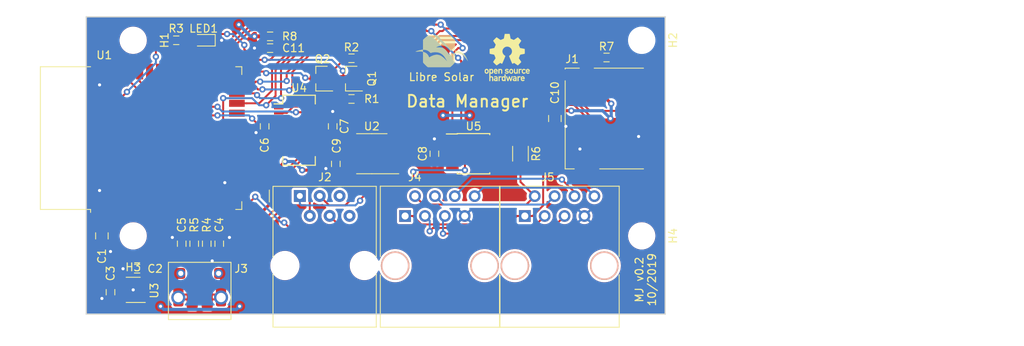
<source format=kicad_pcb>
(kicad_pcb (version 20221018) (generator pcbnew)
  (layers (0 "F.Cu" signal) (31 "B.Cu" signal) (34 "B.Paste" user) (35 "F.Paste" user) (36 "B.SilkS" user "B.Silkscreen") (37 "F.SilkS" user "F.Silkscreen") (38 "B.Mask" user) (39 "F.Mask" user) (44 "Edge.Cuts" user))
  (net 0 "")
  (net 1 "GND")
  (net 2 "Net-(U1-Pad11)")
  (net 3 "Net-(U1-Pad12)")
  (net 4 "+3V3")
  (net 5 "Net-(U1-Pad4)")
  (net 6 "Net-(U1-Pad5)")
  (net 7 "Net-(U1-Pad8)")
  (net 8 "Net-(U1-Pad9)")
  (net 9 "Net-(U1-Pad10)")
  (net 10 "Net-(U1-Pad17)")
  (net 11 "Net-(U1-Pad18)")
  (net 12 "Net-(U1-Pad19)")
  (net 13 "Net-(U1-Pad20)")
  (net 14 "Net-(U1-Pad21)")
  (net 15 "Net-(U1-Pad22)")
  (net 16 "Net-(U1-Pad31)")
  (net 17 "Net-(U1-Pad32)")
  (net 18 "Net-(U1-Pad33)")
  (net 19 "Net-(U1-Pad36)")
  (net 20 "Net-(U1-Pad37)")
  (net 21 "/RESET")
  (net 22 "/GPIO0")
  (net 23 "/DTR")
  (net 24 "Net-(Q1-Pad1)")
  (net 25 "Net-(Q2-Pad1)")
  (net 26 "/RTS")
  (net 27 "+5V")
  (net 28 "Net-(J1-Pad8)")
  (net 29 "/GND_EXT")
  (net 30 "/TX_EXT")
  (net 31 "/RX_EXT")
  (net 32 "/VCC_EXT")
  (net 33 "Net-(J3-Pad6)")
  (net 34 "Net-(J3-Pad4)")
  (net 35 "Net-(LED1-Pad2)")
  (net 36 "/LED1")
  (net 37 "/CAN_STB")
  (net 38 "/CAN_RX")
  (net 39 "/U2_RX")
  (net 40 "/U2_TX")
  (net 41 "/CAN_TX")
  (net 42 "/U0_RX")
  (net 43 "/U0_TX")
  (net 44 "Net-(U3-Pad4)")
  (net 45 "Net-(U4-Pad19)")
  (net 46 "Net-(U4-Pad18)")
  (net 47 "Net-(U4-Pad17)")
  (net 48 "Net-(U4-Pad10)")
  (net 49 "Net-(U4-Pad9)")
  (net 50 "Net-(U4-Pad8)")
  (net 51 "Net-(U4-Pad7)")
  (net 52 "Net-(U4-Pad5)")
  (net 53 "/USB_D+")
  (net 54 "/USB_D-")
  (net 55 "Net-(J1-Pad1)")
  (net 56 "Net-(J1-Pad2)")
  (net 57 "Net-(R4-Pad2)")
  (net 58 "Net-(R5-Pad2)")
  (net 59 "/SD_CMD")
  (net 60 "/SD_CLK")
  (net 61 "/SD_DAT0")
  (net 62 "Net-(J4-Pad8)")
  (net 63 "Net-(J4-Pad6)")
  (net 64 "Net-(J4-Pad5)")
  (net 65 "Net-(J4-Pad4)")
  (net 66 "Net-(U1-Pad7)")
  (net 67 "Net-(U5-Pad5)")
  (net 68 "Net-(C6-Pad1)")
  (net 69 "Net-(J4-Pad3)")
  (net 70 "/CANL")
  (net 71 "/CANH")
  (net 72 "Net-(U1-Pad6)")
  (net 73 "Net-(J2-Pad5)")
  (net 74 "Net-(J2-Pad6)")
  (net 75 "Net-(U1-Pad16)")
  (footprint "Symbol:OSHW-Logo_5.7x6mm_SilkScreen" (layer "F.Cu") (at 183.8 82.2)
    (fp_text reference "LOGO2" hide)
    (fp_text value "Logo_Open_Hardware_Small" hide)
  )
  (footprint "LibreSolar:RJ12_RJ25_6P6C_Amphenol_54601" (layer "F.Cu") (at 157.3 99.9)
    (fp_text reference "J2")
    (fp_text value "6P6C")
  )
  (footprint "LibreSolar:USB_Micro-B_10103594-0001LF" (layer "F.Cu") (at 144.5 111.5)
    (fp_text reference "J3")
    (fp_text value "USB_B_Micro")
  )
  (footprint "LED_SMD:LED_0603_1608Metric" (layer "F.Cu") (at 145 80 180)
    (fp_text reference "LED1")
    (fp_text value "LED")
  )
  (footprint "LibreSolar:R_0603_1608" (layer "F.Cu") (at 141.5 80 180)
    (fp_text reference "R3")
    (fp_text value "1k")
  )
  (footprint "Package_SO:SOIC-8_3.9x4.9mm_P1.27mm" (layer "F.Cu") (at 166.5 94.5 180)
    (fp_text reference "U2")
    (fp_text value "SI8621AB-B-ISR")
  )
  (footprint "LibreSolar:C_0603_1608" (layer "F.Cu") (at 147 106 90)
    (fp_text reference "C4")
    (fp_text value "47p")
  )
  (footprint "LibreSolar:C_0603_1608" (layer "F.Cu") (at 142.2 106 90)
    (fp_text reference "C5")
    (fp_text value "47p")
  )
  (footprint "LibreSolar:C_0603_1608" (layer "F.Cu") (at 152.8 91 -90)
    (fp_text reference "C6")
    (fp_text value "100n")
  )
  (footprint "Connector_Card:microSD_HC_Hirose_DM3D-SF" (layer "F.Cu") (at 197 90 90)
    (fp_text reference "J1")
    (fp_text value "Micro_SD_Card")
  )
  (footprint "LibreSolar:R_0603_1608" (layer "F.Cu") (at 143.8 106 90)
    (fp_text reference "R5")
    (fp_text value "27")
  )
  (footprint "MountingHole:MountingHole_3mm" (layer "F.Cu") (at 136 105 180)
    (fp_text reference "H3")
    (fp_text value "MountingHole")
  )
  (footprint "MountingHole:MountingHole_3mm" (layer "F.Cu") (at 201 105 -90)
    (fp_text reference "H4")
    (fp_text value "MountingHole")
  )
  (footprint "LibreSolar:LIBRESOLAR_LOGO" (layer "F.Cu") (at 173.1 83.4)
    (fp_text reference "LOGO1" hide)
    (fp_text value "LibreSolar_Logo" hide)
  )
  (footprint "LibreSolar:SOT-23" (layer "F.Cu") (at 160.1 84.9 180)
    (fp_text reference "Q1")
    (fp_text value "MMBT3904")
  )
  (footprint "MountingHole:MountingHole_3mm" (layer "F.Cu") (at 201 80 -90)
    (fp_text reference "H2")
    (fp_text value "MountingHole")
  )
  (footprint "LibreSolar:SOT-23" (layer "F.Cu") (at 163.9 84.9 180)
    (fp_text reference "Q2")
    (fp_text value "MMBT3904")
  )
  (footprint "LibreSolar:R_0603_1608" (layer "F.Cu") (at 163.9 87.5)
    (fp_text reference "R1")
    (fp_text value "10k")
  )
  (footprint "LibreSolar:R_0603_1608" (layer "F.Cu") (at 163.9 82.3 180)
    (fp_text reference "R2")
    (fp_text value "10k")
  )
  (footprint "Package_SO:SSOP-20_3.9x8.7mm_P0.635mm" (layer "F.Cu") (at 157.2 91.5)
    (fp_text reference "U4")
    (fp_text value "FT231XS")
  )
  (footprint "LibreSolar:C_0603_1608" (layer "F.Cu") (at 161.5 91 90)
    (fp_text reference "C7")
    (fp_text value "100n")
  )
  (footprint "LibreSolar:C_0603_1608" (layer "F.Cu") (at 174.5 94.5 90)
    (fp_text reference "C8")
    (fp_text value "100n")
  )
  (footprint "LibreSolar:RJ45_8P8C" (layer "F.Cu") (at 175.2 105)
    (fp_text reference "J4")
    (fp_text value "8P8C")
  )
  (footprint "LibreSolar:RJ45_8P8C" (layer "F.Cu") (at 190.5 105)
    (fp_text reference "J5")
    (fp_text value "8P8C")
  )
  (footprint "LibreSolar:R_1206_3216" (layer "F.Cu") (at 185.5 94.5 -90)
    (fp_text reference "R6")
    (fp_text value "120R")
  )
  (footprint "LibreSolar:R_0603_1608" (layer "F.Cu") (at 196.5 82.2)
    (fp_text reference "R7")
    (fp_text value "10k")
  )
  (footprint "LibreSolar:SOIC-8_3.9x4.9mm_Pitch1.27mm" (layer "F.Cu") (at 179.5 94.5)
    (fp_text reference "U5")
    (fp_text value "TCAN334")
  )
  (footprint "LibreSolar:C_0603_1608" (layer "F.Cu") (at 133.1 112.2 -90)
    (fp_text reference "C3")
    (fp_text value "2.2u")
  )
  (footprint "LibreSolar:SOT-23-5" (layer "F.Cu") (at 136 111.9 180)
    (fp_text reference "U3")
    (fp_text value "AP2210-3.3")
  )
  (footprint "LibreSolar:C_0603_1608" (layer "F.Cu") (at 136.5 109.2 180)
    (fp_text reference "C2")
    (fp_text value "2.2u")
  )
  (footprint "MountingHole:MountingHole_3mm" (layer "F.Cu") (at 136 80 -90)
    (fp_text reference "H1")
    (fp_text value "MountingHole")
  )
  (footprint "RF_Module:ESP32-WROOM-32" (layer "F.Cu") (at 140 92.5 90)
    (fp_text reference "U1")
    (fp_text value "ESP32-WROOM-32D")
  )
  (footprint "LibreSolar:R_0603_1608" (layer "F.Cu") (at 145.4 106 90)
    (fp_text reference "R4")
    (fp_text value "27")
  )
  (footprint "LibreSolar:C_0805_2012" (layer "F.Cu") (at 132 105 -90)
    (fp_text reference "C1")
    (fp_text value "10uF")
  )
  (footprint "LibreSolar:C_0603_1608" (layer "F.Cu") (at 161.9 95.8 90)
    (fp_text reference "C9")
    (fp_text value "100n")
  )
  (footprint "LibreSolar:C_0805_2012" (layer "F.Cu") (at 189.9 90 -90)
    (fp_text reference "C10")
    (fp_text value "10uF")
  )
  (footprint "LibreSolar:C_0603_1608" (layer "F.Cu") (at 153.5 81 180)
    (fp_text reference "C11")
    (fp_text value "2.2u")
  )
  (footprint "LibreSolar:R_0603_1608" (layer "F.Cu") (at 153.5 79.5 180)
    (fp_text reference "R8")
    (fp_text value "10k")
  )
  (gr_line (start 130 115) (end 204 115) (stroke (width 0.15)) (layer "Edge.Cuts"))
  (gr_line (start 130 115) (end 130 77) (stroke (width 0.15)) (layer "Edge.Cuts"))
  (gr_line (start 204 115) (end 204 77) (stroke (width 0.15)) (layer "Edge.Cuts"))
  (gr_line (start 204 77) (end 130 77) (stroke (width 0.15)) (layer "Edge.Cuts"))
  (gr_text "MJ v0.2\n10/2019" (at 201.5 110.6 90) (layer "F.SilkS") (effects (font (size 1 1))))
  (gr_text "Data Manager" (at 178.7 87.8) (layer "F.SilkS") (effects (font (size 1.5 1.5) (thickness 0.25))))
  (segment (start 132 106) (end 132.1 106) (width 0.4) (layer "F.Cu") (net 1))
  (segment (start 132.1 106) (end 133.1 107) (width 0.4) (layer "F.Cu") (net 1))
  (segment (start 161.054061 90.645939) (end 161.5 90.2) (width 0.4) (layer "F.Cu") (net 1))
  (segment (start 145.8 108.5) (end 146.1 108.2) (width 0.4) (layer "F.Cu") (net 1))
  (segment (start 152.8 91.8) (end 151.7 91.8) (width 0.4) (layer "F.Cu") (net 1))
  (segment (start 161.5 90.2) (end 161.5 89.100004) (width 0.4) (layer "F.Cu") (net 1))
  (segment (start 176.8 93.865) (end 174.665 93.865) (width 0.4) (layer "F.Cu") (net 1))
  (segment (start 202.35 92.325) (end 200.625 92.325) (width 0.4) (layer "F.Cu") (net 1))
  (segment (start 131.745 101) (end 131.745 99.245) (width 0.4) (layer "F.Cu") (net 1))
  (segment (start 174.5 93.7) (end 174.5 92.6) (width 0.4) (layer "F.Cu") (net 1))
  (segment (start 161.9 95.122079) (end 160.627468 96.394611) (width 0.4) (layer "F.Cu") (net 1))
  (segment (start 145.8 110) (end 145.8 108.5) (width 0.4) (layer "F.Cu") (net 1))
  (segment (start 193.125 93.925) (end 193.1 93.9) (width 0.4) (layer "F.Cu") (net 1))
  (segment (start 152.7 81) (end 151.5 81) (width 0.4) (layer "F.Cu") (net 1))
  (segment (start 200.625 92.325) (end 200.6 92.3) (width 0.4) (layer "F.Cu") (net 1))
  (segment (start 162.345939 93.199061) (end 162.95 92.595) (width 0.4) (layer "F.Cu") (net 1))
  (segment (start 149.255 98.215) (end 147.72501 98.215) (width 0.4) (layer "F.Cu") (net 1))
  (segment (start 161.9 95) (end 161.9 95.122079) (width 0.4) (layer "F.Cu") (net 1))
  (segment (start 137.1 111.9) (end 136 111.9) (width 0.4) (layer "F.Cu") (net 1))
  (segment (start 154.6 91.8175) (end 152.8175 91.8175) (width 0.4) (layer "F.Cu") (net 1))
  (segment (start 135.7 109.2) (end 134.7 109.2) (width 0.4) (layer "F.Cu") (net 1))
  (segment (start 142.2 105.2) (end 141 105.2) (width 0.4) (layer "F.Cu") (net 1))
  (segment (start 147 105.2) (end 148.3 105.2) (width 0.4) (layer "F.Cu") (net 1))
  (segment (start 193.125 95.65) (end 193.125 93.925) (width 0.4) (layer "F.Cu") (net 1))
  (segment (start 162.345939 94.554061) (end 162.345939 93.199061) (width 0.4) (layer "F.Cu") (net 1))
  (segment (start 159.8 91.1825) (end 160.685002 91.1825) (width 0.4) (layer "F.Cu") (net 1))
  (segment (start 131.745 99.245) (end 131.7 99.2) (width 0.4) (layer "F.Cu") (net 1))
  (segment (start 152.8175 91.8175) (end 152.8 91.8) (width 0.4) (layer "F.Cu") (net 1))
  (segment (start 145.7875 80) (end 147.3 80) (width 0.4) (layer "F.Cu") (net 1))
  (segment (start 161.9 95) (end 162.345939 94.554061) (width 0.4) (layer "F.Cu") (net 1))
  (segment (start 133.1 113) (end 132 113) (width 0.4) (layer "F.Cu") (net 1))
  (segment (start 131.745 85.655) (end 131.7 85.7) (width 0.4) (layer "F.Cu") (net 1))
  (segment (start 189.9 91) (end 191.3 91) (width 0.4) (layer "F.Cu") (net 1))
  (segment (start 131.745 84) (end 131.745 85.655) (width 0.4) (layer "F.Cu") (net 1))
  (segment (start 147.72501 98.215) (end 147.71001 98.2) (width 0.4) (layer "F.Cu") (net 1))
  (segment (start 174.665 93.865) (end 174.5 93.7) (width 0.4) (layer "F.Cu") (net 1))
  (segment (start 160.685002 91.1825) (end 161.054061 90.813441) (width 0.4) (layer "F.Cu") (net 1))
  (segment (start 162.95 92.595) (end 164.025 92.595) (width 0.4) (layer "F.Cu") (net 1))
  (segment (start 161.054061 90.813441) (end 161.054061 90.645939) (width 0.4) (layer "F.Cu") (net 1))
  (via (at 133.1 107) (size 0.8) (drill 0.4) (layers "F.Cu" "B.Cu") (net 1))
  (via (at 151.7 91.8) (size 0.8) (drill 0.4) (layers "F.Cu" "B.Cu") (net 1))
  (via (at 147.71001 98.2) (size 0.8) (drill 0.4) (layers "F.Cu" "B.Cu") (net 1))
  (via (at 151.5 81) (size 0.8) (drill 0.4) (layers "F.Cu" "B.Cu") (net 1))
  (via (at 161.5 89.100004) (size 0.8) (drill 0.4) (layers "F.Cu" "B.Cu") (net 1))
  (via (at 146.1 108.2) (size 0.8) (drill 0.4) (layers "F.Cu" "B.Cu") (net 1))
  (via (at 148.3 105.2) (size 0.8) (drill 0.4) (layers "F.Cu" "B.Cu") (net 1))
  (via (at 132 113) (size 0.8) (drill 0.4) (layers "F.Cu" "B.Cu") (net 1))
  (via (at 200.6 92.3) (size 0.8) (drill 0.4) (layers "F.Cu" "B.Cu") (net 1))
  (via (at 134.7 109.2) (size 0.8) (drill 0.4) (layers "F.Cu" "B.Cu") (net 1))
  (via (at 131.7 99.2) (size 0.8) (drill 0.4) (layers "F.Cu" "B.Cu") (net 1))
  (via (at 131.7 85.7) (size 0.8) (drill 0.4) (layers "F.Cu" "B.Cu") (net 1))
  (via (at 136 111.9) (size 0.8) (drill 0.4) (layers "F.Cu" "B.Cu") (net 1))
  (via (at 191.3 91) (size 0.8) (drill 0.4) (layers "F.Cu" "B.Cu") (net 1))
  (via (at 141 105.2) (size 0.8) (drill 0.4) (layers "F.Cu" "B.Cu") (net 1))
  (via (at 193.1 93.9) (size 0.8) (drill 0.4) (layers "F.Cu" "B.Cu") (net 1))
  (via (at 174.5 92.6) (size 0.8) (drill 0.4) (layers "F.Cu" "B.Cu") (net 1))
  (via (at 147.3 80) (size 0.8) (drill 0.4) (layers "F.Cu" "B.Cu") (net 1))
  (via (at 160.627468 96.394611) (size 0.8) (drill 0.4) (layers "F.Cu" "B.Cu") (net 1))
  (segment (start 195.7 82.2) (end 195.254061 82.645939) (width 0.4) (layer "F.Cu") (net 4))
  (segment (start 202.35 90.125) (end 197.125 90.125) (width 0.4) (layer "F.Cu") (net 4))
  (segment (start 176.8 95.135) (end 174.665 95.135) (width 0.4) (layer "F.Cu") (net 4))
  (segment (start 162.095 96.405) (end 161.9 96.6) (width 0.4) (layer "F.Cu") (net 4))
  (segment (start 134.9 112.85) (end 134.55 112.85) (width 0.4) (layer "F.Cu") (net 4))
  (segment (start 134.55 112.85) (end 133.1 111.4) (width 0.4) (layer "F.Cu") (net 4))
  (segment (start 152.7 79.5) (end 151.5 79.5) (width 0.4) (layer "F.Cu") (net 4))
  (segment (start 197.125 90.125) (end 197 90) (width 0.4) (layer "F.Cu") (net 4))
  (segment (start 174.665 95.135) (end 174.5 95.3) (width 0.4) (layer "F.Cu") (net 4))
  (segment (start 195.254061 82.645939) (end 195.254061 86.254061) (width 0.4) (layer "F.Cu") (net 4))
  (segment (start 195.254061 86.254061) (end 197.1 88.1) (width 0.4) (layer "F.Cu") (net 4))
  (segment (start 189.9 89) (end 192 89) (width 0.4) (layer "F.Cu") (net 4))
  (segment (start 164.025 96.405) (end 162.095 96.405) (width 0.4) (layer "F.Cu") (net 4))
  (via (at 197 90) (size 0.8) (drill 0.4) (layers "F.Cu" "B.Cu") (net 4))
  (via (at 149.5 78) (size 0.8) (drill 0.4) (layers "F.Cu" "B.Cu") (net 4))
  (via (at 192 89) (size 0.8) (drill 0.4) (layers "F.Cu" "B.Cu") (net 4))
  (via (at 197.1 88.1) (size 0.8) (drill 0.4) (layers "F.Cu" "B.Cu") (net 4))
  (via (at 175.6 89.6) (size 0.8) (drill 0.4) (layers "F.Cu" "B.Cu") (net 4))
  (via (at 179 89.6) (size 0.8) (drill 0.4) (layers "F.Cu" "B.Cu") (net 4))
  (via (at 149.6 114) (size 0.8) (drill 0.4) (layers "F.Cu" "B.Cu") (net 4))
  (via (at 139.5 114) (size 0.8) (drill 0.4) (layers "F.Cu" "B.Cu") (net 4))
  (via (at 151.5 79.5) (size 0.8) (drill 0.4) (layers "F.Cu" "B.Cu") (net 4))
  (segment (start 151.5 79.5) (end 151 79.5) (width 0.4) (layer "B.Cu") (net 4))
  (segment (start 139.5 114) (end 139.899999 114.399999) (width 0.4) (layer "B.Cu") (net 4))
  (segment (start 197.1 88.1) (end 197.1 89.9) (width 0.4) (layer "B.Cu") (net 4))
  (segment (start 149.200001 114.399999) (end 149.6 114) (width 0.4) (layer "B.Cu") (net 4))
  (segment (start 192 89) (end 196 89) (width 0.4) (layer "B.Cu") (net 4))
  (segment (start 197.1 89.9) (end 197 90) (width 0.4) (layer "B.Cu") (net 4))
  (segment (start 175.6 89.6) (end 179 89.6) (width 0.4) (layer "B.Cu") (net 4))
  (segment (start 196 89) (end 197 90) (width 0.4) (layer "B.Cu") (net 4))
  (segment (start 151 79.5) (end 149.5 78) (width 0.4) (layer "B.Cu") (net 4))
  (segment (start 139.899999 114.399999) (end 149.200001 114.399999) (width 0.4) (layer "B.Cu") (net 4))
  (segment (start 154.3 79.5) (end 154.3 81) (width 0.25) (layer "F.Cu") (net 21))
  (segment (start 162.85 83.95) (end 162.8 83.9) (width 0.25) (layer "F.Cu") (net 21))
  (segment (start 152.8 82.5) (end 153.5 82.5) (width 0.25) (layer "F.Cu") (net 21))
  (segment (start 152.8 82.5) (end 151.534315 82.5) (width 0.25) (layer "F.Cu") (net 21))
  (segment (start 162.85 84.9) (end 162.85 83.95) (width 0.25) (layer "F.Cu") (net 21))
  (segment (start 153.5 82.5) (end 154.3 81.7) (width 0.25) (layer "F.Cu") (net 21))
  (segment (start 150.2 81.165685) (end 150.2 80.6) (width 0.25) (layer "F.Cu") (net 21))
  (segment (start 140.28409 79.2) (end 138.9 80.58409) (width 0.25) (layer "F.Cu") (net 21))
  (segment (start 148 79.2) (end 140.28409 79.2) (width 0.25) (layer "F.Cu") (net 21))
  (segment (start 135.2 86.6) (end 134.285 87.515) (width 0.25) (layer "F.Cu") (net 21))
  (segment (start 154.3 81.7) (end 154.3 81) (width 0.25) (layer "F.Cu") (net 21))
  (segment (start 151.534315 82.5) (end 150.2 81.165685) (width 0.25) (layer "F.Cu") (net 21))
  (segment (start 138.9 80.58409) (end 138.9 82.1) (width 0.25) (layer "F.Cu") (net 21))
  (segment (start 134.285 87.515) (end 134.285 101) (width 0.25) (layer "F.Cu") (net 21))
  (via (at 138.9 82.1) (size 0.8) (drill 0.4) (layers "F.Cu" "B.Cu") (net 21))
  (via (at 162.8 83.9) (size 0.8) (drill 0.4) (layers "F.Cu" "B.Cu") (net 21))
  (via (at 135.2 86.6) (size 0.8) (drill 0.4) (layers "F.Cu" "B.Cu") (net 21))
  (via (at 152.8 82.5) (size 0.8) (drill 0.4) (layers "F.Cu" "B.Cu") (net 21))
  (via (at 148 79.2) (size 0.8) (drill 0.4) (layers "F.Cu" "B.Cu") (net 21))
  (via (at 150.2 80.6) (size 0.8) (drill 0.4) (layers "F.Cu" "B.Cu") (net 21))
  (segment (start 150.2 80.6) (end 148.8 79.2) (width 0.25) (layer "B.Cu") (net 21))
  (segment (start 161.4 82.5) (end 152.8 82.5) (width 0.25) (layer "B.Cu") (net 21))
  (segment (start 162.8 83.9) (end 161.4 82.5) (width 0.25) (layer "B.Cu") (net 21))
  (segment (start 138.9 82.9) (end 135.2 86.6) (width 0.25) (layer "B.Cu") (net 21))
  (segment (start 138.9 82.1) (end 138.9 82.9) (width 0.25) (layer "B.Cu") (net 21))
  (segment (start 148.8 79.2) (end 148 79.2) (width 0.25) (layer "B.Cu") (net 21))
  (segment (start 148.255 84) (end 152.8 84) (width 0.25) (layer "F.Cu") (net 22))
  (segment (start 159.05 84.9) (end 158.1 84.9) (width 0.25) (layer "F.Cu") (net 22))
  (segment (start 152.8 84) (end 153 84.2) (width 0.25) (layer "F.Cu") (net 22))
  (segment (start 158.1 84.9) (end 158 84.8) (width 0.25) (layer "F.Cu") (net 22))
  (via (at 153 84.2) (size 0.8) (drill 0.4) (layers "F.Cu" "B.Cu") (net 22))
  (via (at 158 84.8) (size 0.8) (drill 0.4) (layers "F.Cu" "B.Cu") (net 22))
  (segment (start 158 84.8) (end 157.4 84.2) (width 0.25) (layer "B.Cu") (net 22))
  (segment (start 157.4 84.2) (end 153.565685 84.2) (width 0.25) (layer "B.Cu") (net 22))
  (segment (start 153.565685 84.2) (end 153 84.2) (width 0.25) (layer "B.Cu") (net 22))
  (segment (start 155.617513 88.024987) (end 155 88.6425) (width 0.25) (layer "F.Cu") (net 23))
  (segment (start 155 88.6425) (end 154.6 88.6425) (width 0.25) (layer "F.Cu") (net 23))
  (segment (start 160.32499 84.929202) (end 157.229205 88.024987) (width 0.25) (layer "F.Cu") (net 23))
  (segment (start 161.45 83.95) (end 161.15 83.95) (width 0.25) (layer "F.Cu") (net 23))
  (segment (start 163.1 82.3) (end 161.45 83.95) (width 0.25) (layer "F.Cu") (net 23))
  (segment (start 160.32499 84.77501) (end 160.32499 84.929202) (width 0.25) (layer "F.Cu") (net 23))
  (segment (start 161.15 83.95) (end 160.32499 84.77501) (width 0.25) (layer "F.Cu") (net 23))
  (segment (start 157.229205 88.024987) (end 155.617513 88.024987) (width 0.25) (layer "F.Cu") (net 23))
  (segment (start 163.1 87.5) (end 161.45 85.85) (width 0.25) (layer "F.Cu") (net 24))
  (segment (start 161.45 85.85) (end 161.15 85.85) (width 0.25) (layer "F.Cu") (net 24))
  (segment (start 165.77501 85.02499) (end 165.440501 85.359499) (width 0.25) (layer "F.Cu") (net 25))
  (segment (start 165.77501 83.37501) (end 165.77501 85.02499) (width 0.25) (layer "F.Cu") (net 25))
  (segment (start 164.7 82.3) (end 165.77501 83.37501) (width 0.25) (layer "F.Cu") (net 25))
  (segment (start 165.440501 85.359499) (end 164.95 85.85) (width 0.25) (layer "F.Cu") (net 25))
  (segment (start 154.6 89.2775) (end 155.649496 89.2775) (width 0.25) (layer "F.Cu") (net 26))
  (segment (start 164.12499 86.92499) (end 164.254061 87.054061) (width 0.25) (layer "F.Cu") (net 26))
  (segment (start 164.7 87.5) (end 163.92499 88.27501) (width 0.25) (layer "F.Cu") (net 26))
  (segment (start 164.12499 84.17501) (end 164.12499 86.92499) (width 0.25) (layer "F.Cu") (net 26))
  (segment (start 159.942502 87.4) (end 158.490603 87.4) (width 0.25) (layer "F.Cu") (net 26))
  (segment (start 160.817512 88.27501) (end 159.942502 87.4) (width 0.25) (layer "F.Cu") (net 26))
  (segment (start 164.254061 87.054061) (end 164.7 87.5) (width 0.25) (layer "F.Cu") (net 26))
  (segment (start 163.92499 88.27501) (end 160.817512 88.27501) (width 0.25) (layer "F.Cu") (net 26))
  (segment (start 157.415605 88.474998) (end 158.490603 87.4) (width 0.25) (layer "F.Cu") (net 26))
  (segment (start 155.649496 89.2775) (end 156.451998 88.474998) (width 0.25) (layer "F.Cu") (net 26))
  (segment (start 156.451998 88.474998) (end 157.415605 88.474998) (width 0.25) (layer "F.Cu") (net 26))
  (segment (start 164.95 83.95) (end 164.35 83.95) (width 0.25) (layer "F.Cu") (net 26))
  (segment (start 164.35 83.95) (end 164.12499 84.17501) (width 0.25) (layer "F.Cu") (net 26))
  (segment (start 158.978024 96.6) (end 161.5 94.078024) (width 0.4) (layer "F.Cu") (net 27))
  (segment (start 154.1 96.8) (end 155.4 95.5) (width 0.4) (layer "F.Cu") (net 27))
  (segment (start 137.75 110.95) (end 137.1 110.95) (width 0.4) (layer "F.Cu") (net 27))
  (segment (start 161.5 92.3) (end 161.5 91.8) (width 0.4) (layer "F.Cu") (net 27))
  (segment (start 139.4 108.1) (end 139.4 104.4) (width 0.4) (layer "F.Cu") (net 27))
  (segment (start 138.745939 108.754061) (end 139.4 108.1) (width 0.4) (layer "F.Cu") (net 27))
  (segment (start 139.4 104.4) (end 141 102.8) (width 0.4) (layer "F.Cu") (net 27))
  (segment (start 161.4825 91.8175) (end 161.5 91.8) (width 0.4) (layer "F.Cu") (net 27))
  (segment (start 141 102.8) (end 151.6 102.8) (width 0.4) (layer "F.Cu") (net 27))
  (segment (start 142.525 108.1) (end 143.2 108.775) (width 0.4) (layer "F.Cu") (net 27))
  (segment (start 137.1 112.85) (end 137.75 112.85) (width 0.4) (layer "F.Cu") (net 27))
  (segment (start 137.745939 108.754061) (end 138.745939 108.754061) (width 0.4) (layer "F.Cu") (net 27))
  (segment (start 143.2 108.775) (end 143.2 110) (width 0.4) (layer "F.Cu") (net 27))
  (segment (start 159.8 91.8175) (end 161.4825 91.8175) (width 0.4) (layer "F.Cu") (net 27))
  (segment (start 161.5 94.078024) (end 161.5 92.3) (width 0.4) (layer "F.Cu") (net 27))
  (segment (start 157.6 96.6) (end 158.978024 96.6) (width 0.4) (layer "F.Cu") (net 27))
  (segment (start 151.6 102.8) (end 154.1 100.3) (width 0.4) (layer "F.Cu") (net 27))
  (segment (start 137.75 112.85) (end 138.05001 112.54999) (width 0.4) (layer "F.Cu") (net 27))
  (segment (start 137.3 110.75) (end 137.1 110.95) (width 0.4) (layer "F.Cu") (net 27))
  (segment (start 137.3 109.2) (end 137.745939 108.754061) (width 0.4) (layer "F.Cu") (net 27))
  (segment (start 138.05001 112.54999) (end 138.05001 111.25001) (width 0.4) (layer "F.Cu") (net 27))
  (segment (start 138.05001 111.25001) (end 137.75 110.95) (width 0.4) (layer "F.Cu") (net 27))
  (segment (start 137.3 109.2) (end 137.3 110.75) (width 0.4) (layer "F.Cu") (net 27))
  (segment (start 139.4 108.1) (end 142.525 108.1) (width 0.4) (layer "F.Cu") (net 27))
  (segment (start 154.1 100.3) (end 154.1 96.8) (width 0.4) (layer "F.Cu") (net 27))
  (via (at 155.4 95.5) (size 0.8) (drill 0.4) (layers "F.Cu" "B.Cu") (net 27))
  (via (at 157.6 96.6) (size 0.8) (drill 0.4) (layers "F.Cu" "B.Cu") (net 27))
  (segment (start 155.4 95.5) (end 156.5 95.5) (width 0.4) (layer "B.Cu") (net 27))
  (segment (start 156.5 95.5) (end 157.6 96.6) (width 0.4) (layer "B.Cu") (net 27))
  (segment (start 164.2 103.8) (end 162.47 103.8) (width 0.25) (layer "F.Cu") (net 29))
  (segment (start 168.975 92.595) (end 170.195 92.595) (width 0.25) (layer "F.Cu") (net 29))
  (segment (start 170.5 97.5) (end 164.2 103.8) (width 0.25) (layer "F.Cu") (net 29))
  (segment (start 162.47 103.8) (end 161.869999 103.199999) (width 0.25) (layer "F.Cu") (net 29))
  (segment (start 170.5 92.9) (end 170.5 97.5) (width 0.25) (layer "F.Cu") (net 29))
  (segment (start 161.869999 103.199999) (end 161.11 102.44) (width 0.25) (layer "F.Cu") (net 29))
  (segment (start 170.195 92.595) (end 170.5 92.9) (width 0.25) (layer "F.Cu") (net 29))
  (segment (start 166.1 96.1) (end 167.065 95.135) (width 0.25) (layer "F.Cu") (net 30))
  (segment (start 166.1 98.1) (end 166.1 96.1) (width 0.25) (layer "F.Cu") (net 30))
  (segment (start 163.1 101.1) (end 166.1 98.1) (width 0.25) (layer "F.Cu") (net 30))
  (segment (start 159.84 99.9) (end 161.04 101.1) (width 0.25) (layer "F.Cu") (net 30))
  (segment (start 161.04 101.1) (end 163.1 101.1) (width 0.25) (layer "F.Cu") (net 30))
  (segment (start 167.065 95.135) (end 168.975 95.135) (width 0.25) (layer "F.Cu") (net 30))
  (segment (start 164.5 98.5) (end 165.649989 97.350011) (width 0.25) (layer "F.Cu") (net 31))
  (segment (start 158.57 102.44) (end 158.57 99.33) (width 0.25) (layer "F.Cu") (net 31))
  (segment (start 167.498589 93.865) (end 167.9 93.865) (width 0.25) (layer "F.Cu") (net 31))
  (segment (start 167.9 93.865) (end 168.975 93.865) (width 0.25) (layer "F.Cu") (net 31))
  (segment (start 158.57 99.33) (end 159.4 98.5) (width 0.25) (layer "F.Cu") (net 31))
  (segment (start 165.649989 97.350011) (end 165.649989 95.7136) (width 0.25) (layer "F.Cu") (net 31))
  (segment (start 159.4 98.5) (end 164.5 98.5) (width 0.25) (layer "F.Cu") (net 31))
  (segment (start 165.649989 95.7136) (end 167.498589 93.865) (width 0.25) (layer "F.Cu") (net 31))
  (segment (start 168.975 96.405) (end 167.695 96.405) (width 0.25) (layer "F.Cu") (net 32))
  (segment (start 167.2 96.9) (end 167.2 98.18) (width 0.25) (layer "F.Cu") (net 32))
  (segment (start 165 100.38) (end 165 100.5) (width 0.25) (layer "F.Cu") (net 32))
  (segment (start 167.2 98.18) (end 165 100.38) (width 0.25) (layer "F.Cu") (net 32))
  (segment (start 167.695 96.405) (end 167.2 96.9) (width 0.25) (layer "F.Cu") (net 32))
  (via (at 165 100.5) (size 0.8) (drill 0.4) (layers "F.Cu" "B.Cu") (net 32))
  (segment (start 157.49 101.1) (end 157.3 100.91) (width 0.25) (layer "B.Cu") (net 32))
  (segment (start 164.4 101.1) (end 157.49 101.1) (width 0.25) (layer "B.Cu") (net 32))
  (segment (start 165 100.5) (end 164.4 101.1) (width 0.25) (layer "B.Cu") (net 32))
  (segment (start 157.3 100.91) (end 157.3 99.9) (width 0.25) (layer "B.Cu") (net 32))
  (segment (start 141.6 109.8) (end 141.6 111) (width 0.25) (layer "F.Cu") (net 33))
  (segment (start 146.99 113.12) (end 147.23 112.88) (width 0.25) (layer "F.Cu") (net 33))
  (segment (start 145.46 113.12) (end 146.99 113.12) (width 0.25) (layer "F.Cu") (net 33))
  (segment (start 141.6 111) (end 141.5 111.1) (width 0.25) (layer "F.Cu") (net 33))
  (segment (start 147.225 109.975) (end 147.4 109.8) (width 0.25) (layer "F.Cu") (net 33))
  (segment (start 143.54 113.12) (end 142.395 113.12) (width 0.25) (layer "F.Cu") (net 33))
  (segment (start 142.395 113.12) (end 141.775 112.5) (width 0.25) (layer "F.Cu") (net 33))
  (segment (start 147.225 112.5) (end 147.225 109.975) (width 0.25) (layer "F.Cu") (net 33))
  (segment (start 141.775 112.5) (end 147.225 112.5) (width 0.25) (layer "F.Cu") (net 33))
  (segment (start 142.3 80) (end 144.2125 80) (width 0.25) (layer "F.Cu") (net 35))
  (segment (start 141.905 84) (end 141.905 81.205) (width 0.25) (layer "F.Cu") (net 36))
  (segment (start 141.905 81.205) (end 140.7 80) (width 0.25) (layer "F.Cu") (net 36))
  (segment (start 164.740667 104.425018) (end 171.8 97.365685) (width 0.25) (layer "F.Cu") (net 37))
  (segment (start 178.4 95.495) (end 178.4 96.034315) (width 0.25) (layer "F.Cu") (net 37))
  (segment (start 171.8 97.365685) (end 171.8 96.8) (width 0.25) (layer "F.Cu") (net 37))
  (segment (start 155.3 103.3) (end 156.425018 104.425018) (width 0.25) (layer "F.Cu") (net 37))
  (segment (start 178.4 96.034315) (end 178.4 96.6) (width 0.25) (layer "F.Cu") (net 37))
  (segment (start 150.6 101) (end 151.6 100) (width 0.25) (layer "F.Cu") (net 37))
  (segment (start 182.2 92.595) (end 181.3 92.595) (width 0.25) (layer "F.Cu") (net 37))
  (segment (start 181.3 92.595) (end 178.4 95.495) (width 0.25) (layer "F.Cu") (net 37))
  (segment (start 150.01 101) (end 150.6 101) (width 0.25) (layer "F.Cu") (net 37))
  (segment (start 150.01 101) (end 148.255 101) (width 0.25) (layer "F.Cu") (net 37))
  (segment (start 156.425018 104.425018) (end 164.740667 104.425018) (width 0.25) (layer "F.Cu") (net 37))
  (via (at 151.6 100) (size 0.8) (drill 0.4) (layers "F.Cu" "B.Cu") (net 37))
  (via (at 155.3 103.3) (size 0.8) (drill 0.4) (layers "F.Cu" "B.Cu") (net 37))
  (via (at 171.8 96.8) (size 0.8) (drill 0.4) (layers "F.Cu" "B.Cu") (net 37))
  (via (at 178.4 96.6) (size 0.8) (drill 0.4) (layers "F.Cu" "B.Cu") (net 37))
  (segment (start 151.6 100) (end 154.9 103.3) (width 0.25) (layer "B.Cu") (net 37))
  (segment (start 178.4 96.6) (end 172 96.6) (width 0.25) (layer "B.Cu") (net 37))
  (segment (start 172 96.6) (end 171.8 96.8) (width 0.25) (layer "B.Cu") (net 37))
  (segment (start 154.9 103.3) (end 155.3 103.3) (width 0.25) (layer "B.Cu") (net 37))
  (segment (start 173.209303 78.5) (end 173.534315 78.825012) (width 0.25) (layer "F.Cu") (net 38))
  (segment (start 177.925009 95.499333) (end 177.925009 82.650967) (width 0.25) (layer "F.Cu") (net 38))
  (segment (start 177.390052 96.03429) (end 177.925009 95.499333) (width 0.25) (layer "F.Cu") (net 38))
  (segment (start 146.985 84) (end 147.060001 83.924999) (width 0.25) (layer "F.Cu") (net 38))
  (segment (start 147.060001 82.639999) (end 151.2 78.5) (width 0.25) (layer "F.Cu") (net 38))
  (segment (start 177.925009 82.650967) (end 177.52501 82.250968) (width 0.25) (layer "F.Cu") (net 38))
  (segment (start 151.2 78.5) (end 173.209303 78.5) (width 0.25) (layer "F.Cu") (net 38))
  (segment (start 176.8 96.405) (end 177.17071 96.03429) (width 0.25) (layer "F.Cu") (net 38))
  (segment (start 173.534315 78.825012) (end 174.1 78.825012) (width 0.25) (layer "F.Cu") (net 38))
  (segment (start 177.17071 96.03429) (end 177.390052 96.03429) (width 0.25) (layer "F.Cu") (net 38))
  (segment (start 147.060001 83.924999) (end 147.060001 82.639999) (width 0.25) (layer "F.Cu") (net 38))
  (via (at 177.52501 82.250968) (size 0.8) (drill 0.4) (layers "F.Cu" "B.Cu") (net 38))
  (via (at 174.1 78.825012) (size 0.8) (drill 0.4) (layers "F.Cu" "B.Cu") (net 38))
  (segment (start 174.1 78.825012) (end 177.52501 82.250022) (width 0.25) (layer "B.Cu") (net 38))
  (segment (start 177.52501 82.250022) (end 177.52501 82.250968) (width 0.25) (layer "B.Cu") (net 38))
  (segment (start 165.365 95.135) (end 166.8 93.7) (width 0.25) (layer "F.Cu") (net 39))
  (segment (start 168.5 90.465) (end 169 89.965) (width 0.25) (layer "F.Cu") (net 39))
  (segment (start 166.249989 80.949989) (end 158.8136 80.949989) (width 0.25) (layer "F.Cu") (net 39))
  (segment (start 166.8 92.2) (end 168.5 90.5) (width 0.25) (layer "F.Cu") (net 39))
  (segment (start 155.618344 84.631328) (end 155.618344 85.197013) (width 0.25) (layer "F.Cu") (net 39))
  (segment (start 169 89.965) (end 169 83.7) (width 0.25) (layer "F.Cu") (net 39))
  (segment (start 164.025 95.135) (end 165.365 95.135) (width 0.25) (layer "F.Cu") (net 39))
  (segment (start 158.8136 80.949989) (end 155.618344 84.145245) (width 0.25) (layer "F.Cu") (net 39))
  (segment (start 166.8 93.7) (end 166.8 92.2) (width 0.25) (layer "F.Cu") (net 39))
  (segment (start 155.618344 84.145245) (end 155.618344 84.631328) (width 0.25) (layer "F.Cu") (net 39))
  (segment (start 169 83.7) (end 166.249989 80.949989) (width 0.25) (layer "F.Cu") (net 39))
  (segment (start 145.715 85.25) (end 145.914989 85.449989) (width 0.25) (layer "F.Cu") (net 39))
  (segment (start 151.66047 85.284989) (end 152.226155 85.284989) (width 0.25) (layer "F.Cu") (net 39))
  (segment (start 168.5 90.5) (end 168.5 90.465) (width 0.25) (layer "F.Cu") (net 39))
  (segment (start 145.914989 85.449989) (end 151.49547 85.449989) (width 0.25) (layer "F.Cu") (net 39))
  (segment (start 151.49547 85.449989) (end 151.66047 85.284989) (width 0.25) (layer "F.Cu") (net 39))
  (segment (start 145.715 84) (end 145.715 85.25) (width 0.25) (layer "F.Cu") (net 39))
  (via (at 155.618344 85.197013) (size 0.8) (drill 0.4) (layers "F.Cu" "B.Cu") (net 39))
  (via (at 152.226155 85.284989) (size 0.8) (drill 0.4) (layers "F.Cu" "B.Cu") (net 39))
  (segment (start 155.530368 85.284989) (end 155.618344 85.197013) (width 0.25) (layer "B.Cu") (net 39))
  (segment (start 152.226155 85.284989) (end 155.530368 85.284989) (width 0.25) (layer "B.Cu") (net 39))
  (segment (start 159 81.4) (end 165.7 81.4) (width 0.25) (layer "F.Cu") (net 40))
  (segment (start 165.335 93.865) (end 164.025 93.865) (width 0.25) (layer "F.Cu") (net 40))
  (segment (start 151.953225 86.279958) (end 152.51891 86.279958) (width 0.25) (layer "F.Cu") (net 40))
  (segment (start 151.683266 86.009999) (end 151.953225 86.279958) (width 0.25) (layer "F.Cu") (net 40))
  (segment (start 166.1 93.1) (end 165.335 93.865) (width 0.25) (layer "F.Cu") (net 40))
  (segment (start 155.943355 86.399072) (end 156.343354 85.999073) (width 0.25) (layer "F.Cu") (net 40))
  (segment (start 168.4 84.1) (end 168.4 89.6) (width 0.25) (layer "F.Cu") (net 40))
  (segment (start 156.343354 85.999073) (end 156.343354 84.056646) (width 0.25) (layer "F.Cu") (net 40))
  (segment (start 144.445 85.25) (end 145.204999 86.009999) (width 0.25) (layer "F.Cu") (net 40))
  (segment (start 145.204999 86.009999) (end 151.683266 86.009999) (width 0.25) (layer "F.Cu") (net 40))
  (segment (start 168.4 89.6) (end 166.1 91.9) (width 0.25) (layer "F.Cu") (net 40))
  (segment (start 166.1 91.9) (end 166.1 93.1) (width 0.25) (layer "F.Cu") (net 40))
  (segment (start 165.7 81.4) (end 168.4 84.1) (width 0.25) (layer "F.Cu") (net 40))
  (segment (start 144.445 84) (end 144.445 85.25) (width 0.25) (layer "F.Cu") (net 40))
  (segment (start 156.343354 84.056646) (end 159 81.4) (width 0.25) (layer "F.Cu") (net 40))
  (via (at 152.51891 86.279958) (size 0.8) (drill 0.4) (layers "F.Cu" "B.Cu") (net 40))
  (via (at 155.943355 86.399072) (size 0.8) (drill 0.4) (layers "F.Cu" "B.Cu") (net 40))
  (segment (start 152.51891 86.279958) (end 155.824241 86.279958) (width 0.25) (layer "B.Cu") (net 40))
  (segment (start 155.824241 86.279958) (end 155.943355 86.399072) (width 0.25) (layer "B.Cu") (net 40))
  (segment (start 174.734315 78) (end 175.3 78) (width 0.25) (layer "F.Cu") (net 41))
  (segment (start 178.1 81) (end 177.534315 81) (width 0.25) (layer "F.Cu") (net 41))
  (segment (start 143.175 84) (end 143.175 82.75) (width 0.25) (layer "F.Cu") (net 41))
  (segment (start 176.8 81.734315) (end 176.8 92.195) (width 0.25) (layer "F.Cu") (net 41))
  (segment (start 143.175 82.75) (end 144.025 81.9) (width 0.25) (layer "F.Cu") (net 41))
  (segment (start 151.06359 78) (end 174.734315 78) (width 0.25) (layer "F.Cu") (net 41))
  (segment (start 147.16359 81.9) (end 151.06359 78) (width 0.25) (layer "F.Cu") (net 41))
  (segment (start 176.8 92.195) (end 176.8 92.595) (width 0.25) (layer "F.Cu") (net 41))
  (segment (start 177.534315 81) (end 176.8 81.734315) (width 0.25) (layer "F.Cu") (net 41))
  (segment (start 144.025 81.9) (end 147.16359 81.9) (width 0.25) (layer "F.Cu") (net 41))
  (via (at 178.1 81) (size 0.8) (drill 0.4) (layers "F.Cu" "B.Cu") (net 41))
  (via (at 175.3 78) (size 0.8) (drill 0.4) (layers "F.Cu" "B.Cu") (net 41))
  (segment (start 175.3 78) (end 178.1 80.8) (width 0.25) (layer "B.Cu") (net 41))
  (segment (start 178.1 80.8) (end 178.1 81) (width 0.25) (layer "B.Cu") (net 41))
  (segment (start 157.365685 89.2) (end 156.8 89.2) (width 0.25) (layer "F.Cu") (net 42))
  (segment (start 140.075 88.5) (end 146.209305 88.5) (width 0.25) (layer "F.Cu") (net 42))
  (segment (start 136.825 84) (end 136.825 85.25) (width 0.25) (layer "F.Cu") (net 42))
  (segment (start 158.250977 88.6425) (end 157.693477 89.2) (width 0.25) (layer "F.Cu") (net 42))
  (segment (start 157.693477 89.2) (end 157.365685 89.2) (width 0.25) (layer "F.Cu") (net 42))
  (segment (start 146.209305 88.5) (end 146.77499 88.5) (width 0.25) (layer "F.Cu") (net 42))
  (segment (start 159.8 88.6425) (end 158.250977 88.6425) (width 0.25) (layer "F.Cu") (net 42))
  (segment (start 136.825 85.25) (end 140.075 88.5) (width 0.25) (layer "F.Cu") (net 42))
  (via (at 146.77499 88.5) (size 0.8) (drill 0.4) (layers "F.Cu" "B.Cu") (net 42))
  (via (at 156.8 89.2) (size 0.8) (drill 0.4) (layers "F.Cu" "B.Cu") (net 42))
  (segment (start 156.134316 89.100001) (end 156.234315 89.2) (width 0.25) (layer "B.Cu") (net 42))
  (segment (start 156.234315 89.2) (end 156.8 89.2) (width 0.25) (layer "B.Cu") (net 42))
  (segment (start 147.374991 89.100001) (end 156.134316 89.100001) (width 0.25) (layer "B.Cu") (net 42))
  (segment (start 146.77499 88.5) (end 147.374991 89.100001) (width 0.25) (layer "B.Cu") (net 42))
  (segment (start 146.209305 89.6) (end 146.77499 89.6) (width 0.25) (layer "F.Cu") (net 43))
  (segment (start 135.555 84) (end 135.555 85.25) (width 0.25) (layer "F.Cu") (net 43))
  (segment (start 135.555 85.25) (end 139.905 89.6) (width 0.25) (layer "F.Cu") (net 43))
  (segment (start 154.6 90.5475) (end 153.66841 90.5475) (width 0.25) (layer "F.Cu") (net 43))
  (segment (start 139.905 89.6) (end 146.209305 89.6) (width 0.25) (layer "F.Cu") (net 43))
  (segment (start 153.66841 90.5475) (end 153.2909 90.92501) (width 0.25) (layer "F.Cu") (net 43))
  (segment (start 153.2909 90.92501) (end 152.12501 90.92501) (width 0.25) (layer "F.Cu") (net 43))
  (segment (start 152.12501 90.92501) (end 151.2 90) (width 0.25) (layer "F.Cu") (net 43))
  (via (at 146.77499 89.6) (size 0.8) (drill 0.4) (layers "F.Cu" "B.Cu") (net 43))
  (via (at 151.2 90) (size 0.8) (drill 0.4) (layers "F.Cu" "B.Cu") (net 43))
  (segment (start 150.8 89.6) (end 147.340675 89.6) (width 0.25) (layer "B.Cu") (net 43))
  (segment (start 151.2 90) (end 150.8 89.6) (width 0.25) (layer "B.Cu") (net 43))
  (segment (start 147.340675 89.6) (end 146.77499 89.6) (width 0.25) (layer "B.Cu") (net 43))
  (segment (start 144.5 110) (end 144.5 107.7) (width 0.25) (layer "F.Cu") (net 53))
  (segment (start 144.5 107.7) (end 145.4 106.8) (width 0.25) (layer "F.Cu") (net 53))
  (segment (start 147 106.8) (end 145.4 106.8) (width 0.25) (layer "F.Cu") (net 53))
  (segment (start 143.85 106.85) (end 143.8 106.8) (width 0.25) (layer "F.Cu") (net 54))
  (segment (start 142.2 106.8) (end 143.8 106.8) (width 0.25) (layer "F.Cu") (net 54))
  (segment (start 143.85 110) (end 143.85 106.85) (width 0.25) (layer "F.Cu") (net 54))
  (segment (start 202.35 87.925) (end 201.225 87.925) (width 0.25) (layer "F.Cu") (net 56))
  (segment (start 201.225 87.925) (end 197.3 84) (width 0.25) (layer "F.Cu") (net 56))
  (segment (start 197.3 82.75) (end 197.3 82.2) (width 0.25) (layer "F.Cu") (net 56))
  (segment (start 197.3 84) (end 197.3 82.75) (width 0.25) (layer "F.Cu") (net 56))
  (segment (start 155.185001 97.614999) (end 158.4425 94.3575) (width 0.25) (layer "F.Cu") (net 57))
  (segment (start 146.12501 104.47499) (end 152.02501 104.47499) (width 0.25) (layer "F.Cu") (net 57))
  (segment (start 158.4425 94.3575) (end 159.8 94.3575) (width 0.25) (layer "F.Cu") (net 57))
  (segment (start 145.4 105.2) (end 146.12501 104.47499) (width 0.25) (layer "F.Cu") (net 57))
  (segment (start 155.185001 101.314999) (end 155.185001 97.614999) (width 0.25) (layer "F.Cu") (net 57))
  (segment (start 152.02501 104.47499) (end 155.185001 101.314999) (width 0.25) (layer "F.Cu") (net 57))
  (segment (start 154.73499 100.96501) (end 151.8 103.9) (width 0.25) (layer "F.Cu") (net 58))
  (segment (start 151.8 103.9) (end 145.1 103.9) (width 0.25) (layer "F.Cu") (net 58))
  (segment (start 154.73499 97.428599) (end 154.73499 100.96501) (width 0.25) (layer "F.Cu") (net 58))
  (segment (start 158.441089 93.7225) (end 154.73499 97.428599) (width 0.25) (layer "F.Cu") (net 58))
  (segment (start 145.1 103.9) (end 143.8 105.2) (width 0.25) (layer "F.Cu") (net 58))
  (segment (start 159.8 93.7225) (end 158.441089 93.7225) (width 0.25) (layer "F.Cu") (net 58))
  (segment (start 153.749989 83.604187) (end 153.749989 86.413601) (width 0.25) (layer "F.Cu") (net 59))
  (segment (start 174.448 79.550013) (end 157.804163 79.550013) (width 0.25) (layer "F.Cu") (net 59))
  (segment (start 175.548002 78.825002) (end 175.173012 78.825002) (width 0.25) (layer "F.Cu") (net 59))
  (segment (start 183.8 78.5) (end 175.873004 78.5) (width 0.25) (layer "F.Cu") (net 59))
  (segment (start 192.720802 87.374976) (end 192.674976 87.374976) (width 0.25) (layer "F.Cu") (net 59))
  (segment (start 192.674976 87.374976) (end 183.8 78.5) (width 0.25) (layer "F.Cu") (net 59))
  (segment (start 150.505 88.055) (end 149.255 88.055) (width 0.25) (layer "F.Cu") (net 59))
  (segment (start 194.370826 89.025) (end 192.720802 87.374976) (width 0.25) (layer "F.Cu") (net 59))
  (segment (start 152.10859 88.055) (end 150.505 88.055) (width 0.25) (layer "F.Cu") (net 59))
  (segment (start 175.873004 78.5) (end 175.548002 78.825002) (width 0.25) (layer "F.Cu") (net 59))
  (segment (start 175.173012 78.825002) (end 174.448 79.550013) (width 0.25) (layer "F.Cu") (net 59))
  (segment (start 153.749989 86.413601) (end 152.10859 88.055) (width 0.25) (layer "F.Cu") (net 59))
  (segment (start 157.804163 79.550013) (end 153.749989 83.604187) (width 0.25) (layer "F.Cu") (net 59))
  (segment (start 202.35 89.025) (end 194.370826 89.025) (width 0.25) (layer "F.Cu") (net 59))
  (segment (start 175.184436 79.449989) (end 184.086399 79.449989) (width 0.25) (layer "F.Cu") (net 60))
  (segment (start 192.461397 87.824987) (end 192.534402 87.824987) (width 0.25) (layer "F.Cu") (net 60))
  (segment (start 154.2 83.790587) (end 157.990563 80.000024) (width 0.25) (layer "F.Cu") (net 60))
  (segment (start 195.934415 91.225) (end 201.225 91.225) (width 0.25) (layer "F.Cu") (net 60))
  (segment (start 201.225 91.225) (end 202.35 91.225) (width 0.25) (layer "F.Cu") (net 60))
  (segment (start 153 88.3) (end 154.2 87.1) (width 0.25) (layer "F.Cu") (net 60))
  (segment (start 192.534402 87.824987) (end 195.934415 91.225) (width 0.25) (layer "F.Cu") (net 60))
  (segment (start 147.5 90.9) (end 147.5 87.4) (width 0.25) (layer "F.Cu") (net 60))
  (segment (start 157.990563 80.000024) (end 174.6344 80.000024) (width 0.25) (layer "F.Cu") (net 60))
  (segment (start 146.985 91.415) (end 147.5 90.9) (width 0.25) (layer "F.Cu") (net 60))
  (segment (start 146.985 101) (end 146.985 91.415) (width 0.25) (layer "F.Cu") (net 60))
  (segment (start 184.086399 79.449989) (end 192.461397 87.824987) (width 0.25) (layer "F.Cu") (net 60))
  (segment (start 174.6344 80.000024) (end 175.184436 79.449989) (width 0.25) (layer "F.Cu") (net 60))
  (segment (start 154.2 87.1) (end 154.2 83.790587) (width 0.25) (layer "F.Cu") (net 60))
  (via (at 147.5 87.4) (size 0.8) (drill 0.4) (layers "F.Cu" "B.Cu") (net 60))
  (via (at 153 88.3) (size 0.8) (drill 0.4) (layers "F.Cu" "B.Cu") (net 60))
  (segment (start 147.5 87.4) (end 151.2 87.4) (width 0.25) (layer "B.Cu") (net 60))
  (segment (start 151.2 87.4) (end 152.1 88.3) (width 0.25) (layer "B.Cu") (net 60))
  (segment (start 152.1 88.3) (end 153 88.3) (width 0.25) (layer "B.Cu") (net 60))
  (segment (start 183.47499 79.97499) (end 175.295845 79.97499) (width 0.25) (layer "F.Cu") (net 61))
  (segment (start 197.498004 93.425) (end 192.348002 88.274998) (width 0.25) (layer "F.Cu") (net 61))
  (segment (start 149.255 86.785) (end 151.610319 86.785) (width 0.25) (layer "F.Cu") (net 61))
  (segment (start 154.893343 83.733655) (end 154.893343 86.827658) (width 0.25) (layer "F.Cu") (net 61))
  (segment (start 192.348002 88.274998) (end 191.774998 88.274998) (width 0.25) (layer "F.Cu") (net 61))
  (segment (start 174.820801 80.450035) (end 158.176963 80.450035) (width 0.25) (layer "F.Cu") (net 61))
  (segment (start 158.176963 80.450035) (end 154.893343 83.733655) (width 0.25) (layer "F.Cu") (net 61))
  (segment (start 175.295845 79.97499) (end 174.820801 80.450035) (width 0.25) (layer "F.Cu") (net 61))
  (segment (start 151.610319 86.785) (end 151.832629 87.00731) (width 0.25) (layer "F.Cu") (net 61))
  (segment (start 202.35 93.425) (end 197.498004 93.425) (width 0.25) (layer "F.Cu") (net 61))
  (segment (start 191.774998 88.274998) (end 183.47499 79.97499) (width 0.25) (layer "F.Cu") (net 61))
  (segment (start 154.9 86.834315) (end 154.9 87.4) (width 0.25) (layer "F.Cu") (net 61))
  (segment (start 154.893343 86.827658) (end 154.9 86.834315) (width 0.25) (layer "F.Cu") (net 61))
  (via (at 154.9 87.4) (size 0.8) (drill 0.4) (layers "F.Cu" "B.Cu") (net 61))
  (via (at 151.832629 87.00731) (size 0.8) (drill 0.4) (layers "F.Cu" "B.Cu") (net 61))
  (segment (start 152.225319 87.4) (end 151.832629 87.00731) (width 0.25) (layer "B.Cu") (net 61))
  (segment (start 154.9 87.4) (end 152.225319 87.4) (width 0.25) (layer "B.Cu") (net 61))
  (segment (start 180.720001 98.844999) (end 193.869999 98.844999) (width 0.25) (layer "B.Cu") (net 62))
  (segment (start 193.869999 98.844999) (end 194.195001 99.170001) (width 0.25) (layer "B.Cu") (net 62))
  (segment (start 194.195001 99.170001) (end 194.945 99.92) (width 0.25) (layer "B.Cu") (net 62))
  (segment (start 179.645 99.92) (end 180.720001 98.844999) (width 0.25) (layer "B.Cu") (net 62))
  (segment (start 190.8 97.8) (end 192.405 99.405) (width 0.25) (layer "F.Cu") (net 63))
  (segment (start 192.405 99.405) (end 192.405 99.92) (width 0.25) (layer "F.Cu") (net 63))
  (via (at 190.8 97.8) (size 0.8) (drill 0.4) (layers "F.Cu" "B.Cu") (net 63))
  (segment (start 177.105 99.92) (end 179.325 97.7) (width 0.25) (layer "B.Cu") (net 63))
  (segment (start 179.325 97.7) (end 190.7 97.7) (width 0.25) (layer "B.Cu") (net 63))
  (segment (start 190.7 97.7) (end 190.8 97.8) (width 0.25) (layer "B.Cu") (net 63))
  (segment (start 188.884977 104.710023) (end 175.6 104.710023) (width 0.25) (layer "F.Cu") (net 64))
  (segment (start 191.135 102.46) (end 188.884977 104.710023) (width 0.25) (layer "F.Cu") (net 64))
  (via (at 175.6 104.710023) (size 0.8) (drill 0.4) (layers "F.Cu" "B.Cu") (net 64))
  (segment (start 175.6 104.710023) (end 175.6 102.695) (width 0.25) (layer "B.Cu") (net 64))
  (segment (start 175.6 102.695) (end 175.835 102.46) (width 0.25) (layer "B.Cu") (net 64))
  (segment (start 188.789999 100.995001) (end 175.640001 100.995001) (width 0.25) (layer "B.Cu") (net 65))
  (segment (start 175.640001 100.995001) (end 175.314999 100.669999) (width 0.25) (layer "B.Cu") (net 65))
  (segment (start 175.314999 100.669999) (end 174.565 99.92) (width 0.25) (layer "B.Cu") (net 65))
  (segment (start 189.865 99.92) (end 188.789999 100.995001) (width 0.25) (layer "B.Cu") (net 65))
  (segment (start 153.0875 89.9125) (end 152.8 90.2) (width 0.25) (layer "F.Cu") (net 68))
  (segment (start 159.8 93.0875) (end 159.8 92.4525) (width 0.25) (layer "F.Cu") (net 68))
  (segment (start 154.6 89.9125) (end 153.0875 89.9125) (width 0.25) (layer "F.Cu") (net 68))
  (segment (start 158.871711 92.4525) (end 158.95 92.4525) (width 0.25) (layer "F.Cu") (net 68))
  (segment (start 156.331711 89.9125) (end 158.871711 92.4525) (width 0.25) (layer "F.Cu") (net 68))
  (segment (start 154.6 89.9125) (end 156.331711 89.9125) (width 0.25) (layer "F.Cu") (net 68))
  (segment (start 158.95 92.4525) (end 159.8 92.4525) (width 0.25) (layer "F.Cu") (net 68))
  (segment (start 187.069989 103.985011) (end 174.314989 103.985011) (width 0.25) (layer "F.Cu") (net 69))
  (segment (start 174.314989 103.985011) (end 174.299999 104.000001) (width 0.25) (layer "F.Cu") (net 69))
  (segment (start 188.595 102.46) (end 187.069989 103.985011) (width 0.25) (layer "F.Cu") (net 69))
  (segment (start 174.299999 104.000001) (end 173.9 104.4) (width 0.25) (layer "F.Cu") (net 69))
  (via (at 173.9 104.4) (size 0.8) (drill 0.4) (layers "F.Cu" "B.Cu") (net 69))
  (segment (start 173.9 103.065) (end 173.295 102.46) (width 0.25) (layer "B.Cu") (net 69))
  (segment (start 173.9 104.4) (end 173.9 103.065) (width 0.25) (layer "B.Cu") (net 69))
  (segment (start 187.325 99.92) (end 186.249999 100.995001) (width 0.25) (layer "F.Cu") (net 70))
  (segment (start 173.100001 100.995001) (end 172.774999 100.669999) (width 0.25) (layer "F.Cu") (net 70))
  (segment (start 186.249999 100.995001) (end 173.100001 100.995001) (width 0.25) (layer "F.Cu") (net 70))
  (segment (start 185.5 96) (end 184.635 95.135) (width 0.25) (layer "F.Cu") (net 70))
  (segment (start 184.635 95.135) (end 182.2 95.135) (width 0.25) (layer "F.Cu") (net 70))
  (segment (start 185.5 96) (end 185.5 98.095) (width 0.25) (layer "F.Cu") (net 70))
  (segment (start 185.5 98.095) (end 187.325 99.92) (width 0.25) (layer "F.Cu") (net 70))
  (segment (start 172.774999 100.669999) (end 172.025 99.92) (width 0.25) (layer "F.Cu") (net 70))
  (segment (start 186.07071 93.57071) (end 185.5 93) (width 0.25) (layer "F.Cu") (net 71))
  (segment (start 183.979999 103.535001) (end 172.830001 103.535001) (width 0.25) (layer "F.Cu") (net 71))
  (segment (start 186.055 102.46) (end 185.055 102.46) (width 0.25) (layer "F.Cu") (net 71))
  (segment (start 184.635 93.865) (end 182.2 93.865) (width 0.25) (layer "F.Cu") (net 71))
  (segment (start 172.830001 103.535001) (end 171.755 102.46) (width 0.25) (layer "F.Cu") (net 71))
  (segment (start 171.755 102.46) (end 170.755 102.46) (width 0.25) (layer "F.Cu") (net 71))
  (segment (start 187.055 102.46) (end 188.400001 101.114999) (width 0.25) (layer "F.Cu") (net 71))
  (segment (start 188.400001 95.900001) (end 186.07071 93.57071) (width 0.25) (layer "F.Cu") (net 71))
  (segment (start 185.5 93) (end 184.635 93.865) (width 0.25) (layer "F.Cu") (net 71))
  (segment (start 185.055 102.46) (end 183.979999 103.535001) (width 0.25) (layer "F.Cu") (net 71))
  (segment (start 188.400001 101.114999) (end 188.400001 95.900001) (width 0.25) (layer "F.Cu") (net 71))
  (segment (start 186.055 102.46) (end 187.055 102.46) (width 0.25) (layer "F.Cu") (net 71))
  (zone (net 4) (net_name "+3V3") (layer "F.Cu") (connect_pads (clearance 0.3)) (min_thickness 0.254) (fill yes (thermal_gap 0.508) (thermal_bridge_width 0.508))
    (polygon (pts (xy 129 76) (xy 182 76) (xy 191 85) (xy 191 90) (xy 205 90) (xy 205 117) (xy 129 117)))
  )
  (zone (net 1) (net_name "GND") (layer "B.Cu") (connect_pads (clearance 0.3)) (min_thickness 0.2) (fill yes (thermal_gap 0.3) (thermal_bridge_width 0.3))
    (polygon (pts (xy 128 75) (xy 206 75) (xy 206 116) (xy 128 116)))
  )
)
</source>
